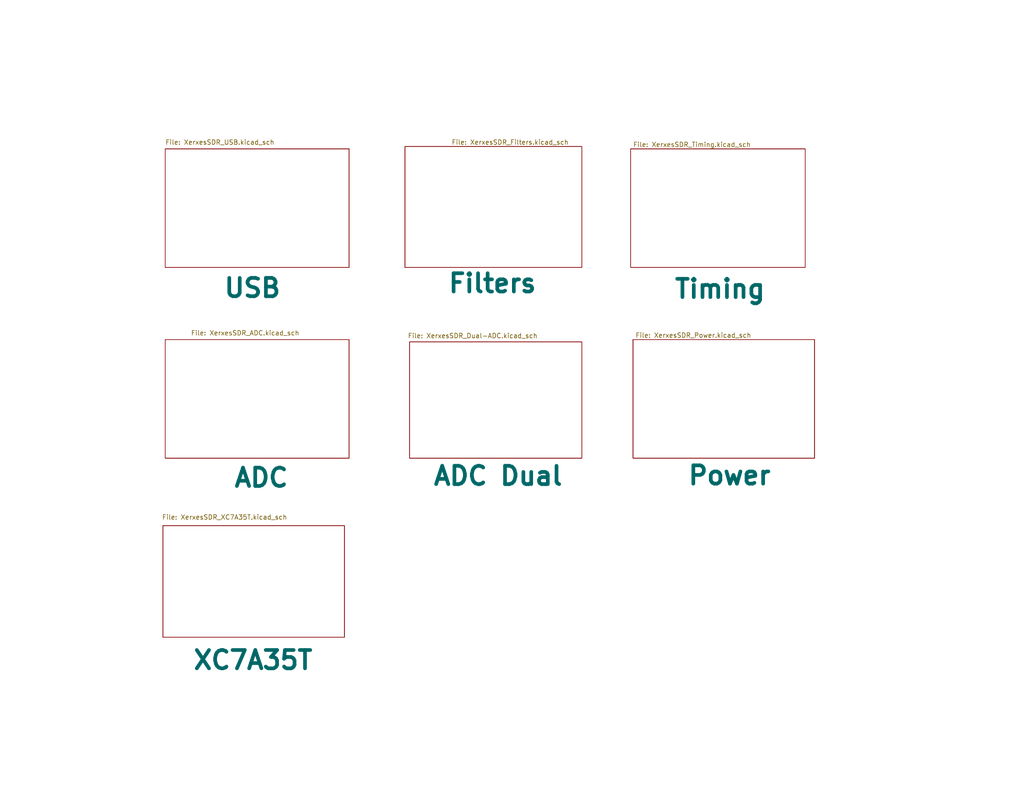
<source format=kicad_sch>
(kicad_sch
	(version 20231120)
	(generator "eeschema")
	(generator_version "8.0")
	(uuid "762aef0a-d6ed-4651-8b7c-2ddb5c2c230b")
	(paper "USLetter")
	(title_block
		(title "XerxesSDR-Dual")
		(date "2025-04-28")
		(rev "0.0.1")
		(company "Dave Witten, KD0EAG; Tom  McDermott, N5EG; Franco Venturi, K4VZ")
		(comment 2 "[ A Minimalist Rework of HF-103 designed by Oskar Stella, ik1xpv ]")
		(comment 3 "Infineon/Cypress  FX3 DevKit and LTC2208 and Xilinx XC7-A35T ")
		(comment 4 "An initial work-in-progress design based on the based on the")
	)
	(lib_symbols)
	(sheet
		(at 110.49 40.005)
		(size 48.26 33.02)
		(stroke
			(width 0.1524)
			(type solid)
		)
		(fill
			(color 0 0 0 0.0000)
		)
		(uuid "01482097-4e34-431f-952c-34d4f1408c9a")
		(property "Sheetname" "Filters"
			(at 134.366 80.264 0)
			(effects
				(font
					(size 5 5)
					(bold yes)
				)
				(justify bottom)
			)
		)
		(property "Sheetfile" "XerxesSDR_Filters.kicad_sch"
			(at 123.19 38.1 0)
			(effects
				(font
					(size 1.27 1.27)
				)
				(justify left top)
			)
		)
		(instances
			(project "PSWS-Xerxes-dual"
				(path "/762aef0a-d6ed-4651-8b7c-2ddb5c2c230b"
					(page "3")
				)
			)
		)
	)
	(sheet
		(at 45.085 40.64)
		(size 50.165 32.385)
		(stroke
			(width 0.1524)
			(type solid)
		)
		(fill
			(color 0 0 0 0.0000)
		)
		(uuid "46af3ed1-a429-4b49-8bed-1eb85b11428e")
		(property "Sheetname" "USB"
			(at 60.706 81.534 0)
			(effects
				(font
					(size 5 5)
					(bold yes)
				)
				(justify left bottom)
			)
		)
		(property "Sheetfile" "XerxesSDR_USB.kicad_sch"
			(at 45.085 38.1 0)
			(effects
				(font
					(size 1.27 1.27)
				)
				(justify left top)
			)
		)
		(instances
			(project "PSWS-Xerxes-dual"
				(path "/762aef0a-d6ed-4651-8b7c-2ddb5c2c230b"
					(page "2")
				)
			)
		)
	)
	(sheet
		(at 44.45 143.51)
		(size 49.53 30.48)
		(stroke
			(width 0.1524)
			(type solid)
		)
		(fill
			(color 0 0 0 0.0000)
		)
		(uuid "77e7afc4-389b-40ef-9c26-cc7b7a99c754")
		(property "Sheetname" "XC7A35T"
			(at 52.324 183.134 0)
			(effects
				(font
					(size 5 5)
					(bold yes)
				)
				(justify left bottom)
			)
		)
		(property "Sheetfile" "XerxesSDR_XC7A35T.kicad_sch"
			(at 44.196 140.462 0)
			(effects
				(font
					(size 1.27 1.27)
				)
				(justify left top)
			)
		)
		(instances
			(project "PSWS-Xerxes-dual"
				(path "/762aef0a-d6ed-4651-8b7c-2ddb5c2c230b"
					(page "4")
				)
			)
		)
	)
	(sheet
		(at 45.085 92.71)
		(size 50.165 32.385)
		(stroke
			(width 0.1524)
			(type solid)
		)
		(fill
			(color 0 0 0 0.0000)
		)
		(uuid "93a69905-dc73-446d-812a-de5f5715e64a")
		(property "Sheetname" "ADC"
			(at 63.5 133.35 0)
			(effects
				(font
					(size 5 5)
					(bold yes)
				)
				(justify left bottom)
			)
		)
		(property "Sheetfile" "XerxesSDR_ADC.kicad_sch"
			(at 52.07 90.17 0)
			(effects
				(font
					(size 1.27 1.27)
				)
				(justify left top)
			)
		)
		(instances
			(project "PSWS-Xerxes-dual"
				(path "/762aef0a-d6ed-4651-8b7c-2ddb5c2c230b"
					(page "5")
				)
			)
		)
	)
	(sheet
		(at 111.76 93.345)
		(size 46.99 31.75)
		(stroke
			(width 0.1524)
			(type solid)
		)
		(fill
			(color 0 0 0 0.0000)
		)
		(uuid "9590e8d2-6eab-45ad-983b-283c5d6a4d5a")
		(property "Sheetname" "ADC Dual"
			(at 117.856 132.842 0)
			(effects
				(font
					(size 5 5)
					(bold yes)
				)
				(justify left bottom)
			)
		)
		(property "Sheetfile" "XerxesSDR_Dual-ADC.kicad_sch"
			(at 111.252 90.932 0)
			(effects
				(font
					(size 1.27 1.27)
				)
				(justify left top)
			)
		)
		(instances
			(project "PSWS-Xerxes-dual"
				(path "/762aef0a-d6ed-4651-8b7c-2ddb5c2c230b"
					(page "6")
				)
			)
		)
	)
	(sheet
		(at 172.085 40.64)
		(size 47.625 32.385)
		(stroke
			(width 0.1524)
			(type solid)
		)
		(fill
			(color 0 0 0 0.0000)
		)
		(uuid "a1720e7c-5f6d-479f-8fc0-dd1aaf58c9d1")
		(property "Sheetname" "Timing"
			(at 183.642 81.788 0)
			(effects
				(font
					(size 5 5)
					(bold yes)
				)
				(justify left bottom)
			)
		)
		(property "Sheetfile" "XerxesSDR_Timing.kicad_sch"
			(at 172.72 38.735 0)
			(effects
				(font
					(size 1.27 1.27)
				)
				(justify left top)
			)
		)
		(instances
			(project "PSWS-Xerxes-dual"
				(path "/762aef0a-d6ed-4651-8b7c-2ddb5c2c230b"
					(page "7")
				)
			)
		)
	)
	(sheet
		(at 172.72 92.71)
		(size 49.53 32.385)
		(stroke
			(width 0.1524)
			(type solid)
		)
		(fill
			(color 0 0 0 0.0000)
		)
		(uuid "d7acaed2-a28c-482a-a667-bcbdb462effb")
		(property "Sheetname" "Power"
			(at 187.325 132.715 0)
			(effects
				(font
					(size 5 5)
					(bold yes)
				)
				(justify left bottom)
			)
		)
		(property "Sheetfile" "XerxesSDR_Power.kicad_sch"
			(at 173.355 90.805 0)
			(effects
				(font
					(size 1.27 1.27)
				)
				(justify left top)
			)
		)
		(instances
			(project "PSWS-Xerxes-dual"
				(path "/762aef0a-d6ed-4651-8b7c-2ddb5c2c230b"
					(page "8")
				)
			)
		)
	)
	(sheet_instances
		(path "/"
			(page "1")
		)
	)
)

</source>
